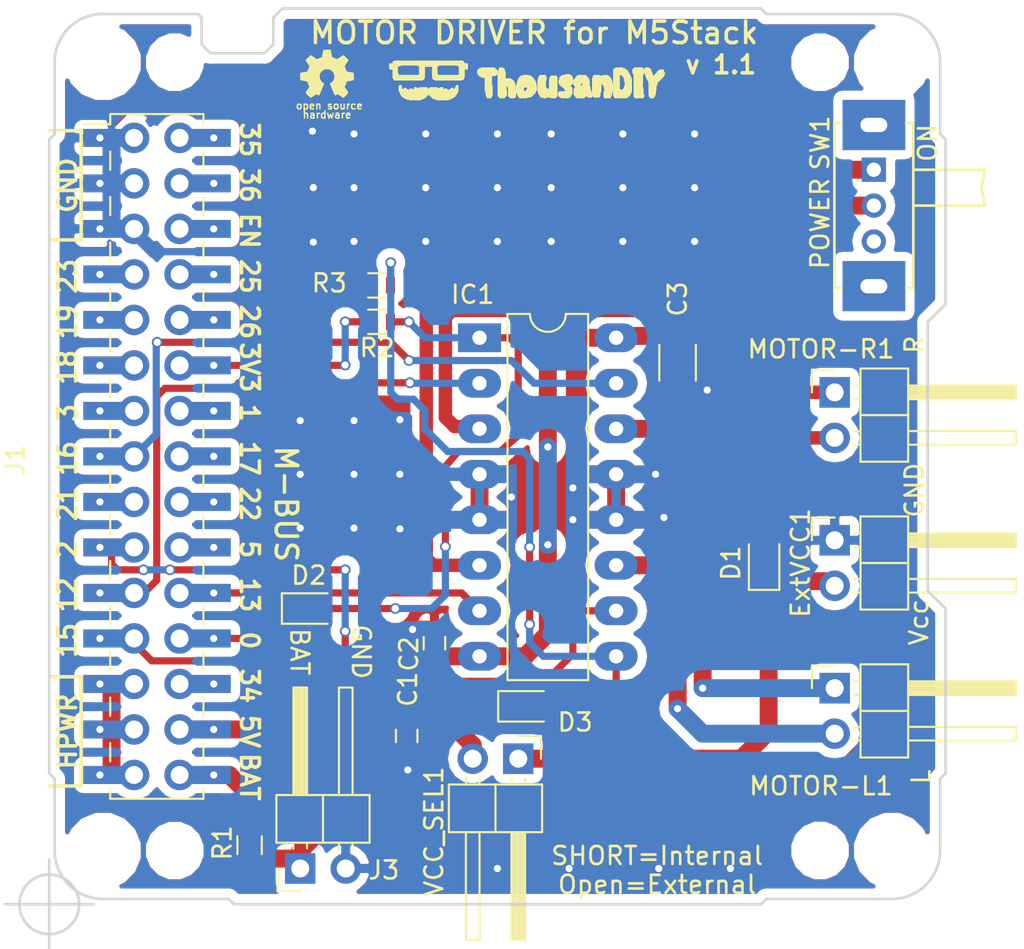
<source format=kicad_pcb>
(kicad_pcb (version 20171130) (host pcbnew "(5.0.2)-1")
  (title_block (title "Motor Driver for M5Stack") (date 2018-09-06) (rev v0.2))
  (layers (0 F.Cu signal) (31 B.Cu signal) (34 B.Paste user) (35 F.Paste user) (36 B.SilkS user) (37 F.SilkS user) (38 B.Mask user) (39 F.Mask user) (44 Edge.Cuts user))
  (net 0 "")
  (net 1 GND)
  (net 2 /+5V)
  (net 3 "Net-(J1-Pad2)")
  (net 4 "Net-(J1-Pad4)")
  (net 5 "Net-(J1-Pad8)")
  (net 6 "Net-(J1-Pad10)")
  (net 7 "Net-(J1-Pad13)")
  (net 8 "Net-(J1-Pad14)")
  (net 9 "Net-(J1-Pad17)")
  (net 10 "Net-(J1-Pad18)")
  (net 11 "Net-(J1-Pad25)")
  (net 12 "Net-(J1-Pad26)")
  (net 13 "Net-(J1-Pad30)")
  (net 14 /VCC)
  (net 15 IO0)
  (net 16 IO2)
  (net 17 IO12)
  (net 18 IO15)
  (net 19 "Net-(IC1-Pad3)")
  (net 20 "Net-(IC1-Pad11)")
  (net 21 "Net-(IC1-Pad6)")
  (net 22 "Net-(IC1-Pad14)")
  (net 23 IO13)
  (net 24 IO16)
  (net 25 "Net-(J1-Pad11)")
  (net 26 "Net-(J1-Pad9)")
  (net 27 "Net-(J1-Pad7)")
  (net 28 "Net-(J1-Pad6)")
  (net 29 "Net-(J1-Pad16)")
  (net 30 "Net-(J1-Pad20)")
  (net 31 "Net-(J3-Pad1)")
  (net 32 "Net-(D2-Pad2)")
  (net 33 "Net-(D3-Pad2)")
  (net 34 /+3.3V)
  (module Mounting_Holes:MountingHole_3.2mm_M3 (layer F.Cu) (at 107 130)
    (fp_text reference MK1 hide)
    (fp_text value Mounting_Hole)
    (pad 1 np_thru_hole circle (at 0 0) (size 3.2 3.2) (drill 3.2) (layers *.Cu *.Mask))
  )
  (module Capacitors_SMD:C_0603 (layer F.Cu) (at 123.939 123.602 270)
    (fp_text reference C1 (at -2.602 -0.061 270) (layer F.SilkS))
    (fp_text value 10uF)
    (pad 2 smd rect (at 0.75 0 270) (size 0.8 0.75) (layers F.Cu F.Paste F.Mask) (net 1 GND))
    (pad 1 smd rect (at -0.75 0 270) (size 0.8 0.75) (layers F.Cu F.Paste F.Mask) (net 2 /+5V))
  )
  (module Mounting_Holes:MountingHole_3.2mm_M3 (layer F.Cu) (at 107 86)
    (fp_text reference MK2 hide)
    (fp_text value Mounting_Hole)
    (pad 1 np_thru_hole circle (at 0 0) (size 3.2 3.2) (drill 3.2) (layers *.Cu *.Mask))
  )
  (module Mounting_Holes:MountingHole_3.2mm_M3 (layer F.Cu) (at 151 86)
    (fp_text reference MK3 hide)
    (fp_text value Mounting_Hole)
    (pad 1 np_thru_hole circle (at 0 0) (size 3.2 3.2) (drill 3.2) (layers *.Cu *.Mask))
  )
  (module Mounting_Holes:MountingHole_3.2mm_M3 (layer F.Cu) (at 151 130)
    (fp_text reference MK4 hide)
    (fp_text value Mounting_Hole)
    (pad 1 np_thru_hole circle (at 0 0) (size 3.2 3.2) (drill 3.2) (layers *.Cu *.Mask))
  )
  (module Mounting_Holes:MountingHole_2.2mm_M2 (layer F.Cu) (at 111 130)
    (fp_text reference MK5 hide)
    (fp_text value Mounting_Hole)
    (pad 1 np_thru_hole circle (at 0 0) (size 2.2 2.2) (drill 2.2) (layers *.Cu *.Mask))
  )
  (module Mounting_Holes:MountingHole_2.2mm_M2 (layer F.Cu) (at 111 86)
    (fp_text reference MK6 hide)
    (fp_text value Mounting_Hole)
    (pad 1 np_thru_hole circle (at 0 0) (size 2.2 2.2) (drill 2.2) (layers *.Cu *.Mask))
  )
  (module Mounting_Holes:MountingHole_2.2mm_M2 (layer F.Cu) (at 147 86)
    (fp_text reference MK7 hide)
    (fp_text value Mounting_Hole)
    (pad 1 np_thru_hole circle (at 0 0) (size 2.2 2.2) (drill 2.2) (layers *.Cu *.Mask))
  )
  (module Mounting_Holes:MountingHole_2.2mm_M2 (layer F.Cu) (at 147 130)
    (fp_text reference MK8 hide)
    (fp_text value Mounting_Hole)
    (pad 1 np_thru_hole circle (at 0 0) (size 2.2 2.2) (drill 2.2) (layers *.Cu *.Mask))
  )
  (module Pin_Headers:Pin_Header_Angled_1x02_Pitch2.54mm (layer F.Cu) (at 118 131 90)
    (fp_text reference J3 (at -0.095 4.669 180) (layer F.SilkS))
    (fp_text value Battery)
    (pad 1 thru_hole rect (at 0 0 90) (size 1.7 1.7) (drill 1) (layers *.Cu *.Mask) (net 31 "Net-(J3-Pad1)"))
    (pad 2 thru_hole oval (at 0 2.54 90) (size 1.7 1.7) (drill 1) (layers *.Cu *.Mask) (net 1 GND))
  )
  (module footprint:OSHW-logo_silkscreen-front_3mm (layer F.Cu) (at 119.494 86.645)
    (fp_text reference LOGO1 hide)
    (fp_text value OPEN_HARDWARE_1 hide)
  )
  (module Capacitors_SMD:C_1206 (layer F.Cu) (at 139.052 102.774 270)
    (fp_text reference C3 (at -3.556 0 270) (layer F.SilkS))
    (fp_text value 100uF)
    (pad 1 smd rect (at -1.5 0 270) (size 1 1.6) (layers F.Cu F.Paste F.Mask) (net 14 /VCC))
    (pad 2 smd rect (at 1.5 0 270) (size 1 1.6) (layers F.Cu F.Paste F.Mask) (net 1 GND))
  )
  (module Pin_Headers:Pin_Header_Angled_1x02_Pitch2.54mm (layer F.Cu) (at 147.815 112.68)
    (fp_text reference ExtVCC1 (at -1.905 1.27 90) (layer F.SilkS))
    (fp_text value Terminal_01X02_FEMALE)
    (pad 1 thru_hole rect (at 0 0) (size 1.7 1.7) (drill 1) (layers *.Cu *.Mask) (net 1 GND))
    (pad 2 thru_hole oval (at 0 2.54) (size 1.7 1.7) (drill 1) (layers *.Cu *.Mask) (net 14 /VCC))
  )
  (module Housings_DIP:DIP-16_W7.62mm_LongPads (layer F.Cu) (at 128.003 101.377)
    (fp_text reference IC1 (at -0.381 -2.413) (layer F.SilkS))
    (fp_text value L293D)
    (pad 1 thru_hole rect (at 0 0) (size 2.4 1.6) (drill 0.8) (layers *.Cu *.Mask) (net 32 "Net-(D2-Pad2)"))
    (pad 9 thru_hole oval (at 7.62 17.78) (size 2.4 1.6) (drill 0.8) (layers *.Cu *.Mask) (net 33 "Net-(D3-Pad2)"))
    (pad 2 thru_hole oval (at 0 2.54) (size 2.4 1.6) (drill 0.8) (layers *.Cu *.Mask) (net 17 IO12))
    (pad 10 thru_hole oval (at 7.62 15.24) (size 2.4 1.6) (drill 0.8) (layers *.Cu *.Mask) (net 16 IO2))
    (pad 3 thru_hole oval (at 0 5.08) (size 2.4 1.6) (drill 0.8) (layers *.Cu *.Mask) (net 19 "Net-(IC1-Pad3)"))
    (pad 11 thru_hole oval (at 7.62 12.7) (size 2.4 1.6) (drill 0.8) (layers *.Cu *.Mask) (net 20 "Net-(IC1-Pad11)"))
    (pad 4 thru_hole oval (at 0 7.62) (size 2.4 1.6) (drill 0.8) (layers *.Cu *.Mask) (net 1 GND))
    (pad 12 thru_hole oval (at 7.62 10.16) (size 2.4 1.6) (drill 0.8) (layers *.Cu *.Mask) (net 1 GND))
    (pad 5 thru_hole oval (at 0 10.16) (size 2.4 1.6) (drill 0.8) (layers *.Cu *.Mask) (net 1 GND))
    (pad 13 thru_hole oval (at 7.62 7.62) (size 2.4 1.6) (drill 0.8) (layers *.Cu *.Mask) (net 1 GND))
    (pad 6 thru_hole oval (at 0 12.7) (size 2.4 1.6) (drill 0.8) (layers *.Cu *.Mask) (net 21 "Net-(IC1-Pad6)"))
    (pad 14 thru_hole oval (at 7.62 5.08) (size 2.4 1.6) (drill 0.8) (layers *.Cu *.Mask) (net 22 "Net-(IC1-Pad14)"))
    (pad 7 thru_hole oval (at 0 15.24) (size 2.4 1.6) (drill 0.8) (layers *.Cu *.Mask) (net 23 IO13))
    (pad 15 thru_hole oval (at 7.62 2.54) (size 2.4 1.6) (drill 0.8) (layers *.Cu *.Mask) (net 24 IO16))
    (pad 8 thru_hole oval (at 0 17.78) (size 2.4 1.6) (drill 0.8) (layers *.Cu *.Mask) (net 14 /VCC))
    (pad 16 thru_hole oval (at 7.62 0) (size 2.4 1.6) (drill 0.8) (layers *.Cu *.Mask) (net 14 /VCC))
  )
  (module footprint:TDIY-LOGO-S (layer F.Cu) (at 122.669 88.423)
    (fp_text reference LOGO_TDIY1 hide)
    (fp_text value TDIY_LOGO hide)
  )
  (module Pin_Headers:Pin_Header_Angled_1x02_Pitch2.54mm (layer F.Cu) (at 147.815 120.935)
    (fp_text reference MOTOR-L1 (at -0.762 5.461) (layer F.SilkS))
    (fp_text value Terminal_01X02_FEMALE)
    (pad 1 thru_hole rect (at 0 0) (size 1.7 1.7) (drill 1) (layers *.Cu *.Mask) (net 22 "Net-(IC1-Pad14)"))
    (pad 2 thru_hole oval (at 0 2.54) (size 1.7 1.7) (drill 1) (layers *.Cu *.Mask) (net 20 "Net-(IC1-Pad11)"))
  )
  (module Pin_Headers:Pin_Header_Angled_1x02_Pitch2.54mm (layer F.Cu) (at 147.815 104.425)
    (fp_text reference MOTOR-R1 (at -0.762 -2.413 180) (layer F.SilkS))
    (fp_text value Terminal_01X02_FEMALE)
    (pad 1 thru_hole rect (at 0 0) (size 1.7 1.7) (drill 1) (layers *.Cu *.Mask) (net 21 "Net-(IC1-Pad6)"))
    (pad 2 thru_hole oval (at 0 2.54) (size 1.7 1.7) (drill 1) (layers *.Cu *.Mask) (net 19 "Net-(IC1-Pad3)"))
  )
  (module Capacitors_SMD:C_0603 (layer F.Cu) (at 125.4884 118.4204 90)
    (fp_text reference C2 (at -0.6096 -1.4224 90) (layer F.SilkS))
    (fp_text value 10uF)
    (pad 2 smd rect (at 0.75 0 90) (size 0.8 0.75) (layers F.Cu F.Paste F.Mask) (net 1 GND))
    (pad 1 smd rect (at -0.75 0 90) (size 0.8 0.75) (layers F.Cu F.Paste F.Mask) (net 14 /VCC))
  )
  (module Resistors_SMD:R_0603 (layer F.Cu) (at 115.176 129.698 270)
    (fp_text reference R1 (at -0.127 1.524 270) (layer F.SilkS))
    (fp_text value 0)
    (pad 1 smd rect (at -0.75 0 270) (size 0.5 0.9) (layers F.Cu F.Paste F.Mask) (net 13 "Net-(J1-Pad30)"))
    (pad 2 smd rect (at 0.75 0 270) (size 0.5 0.9) (layers F.Cu F.Paste F.Mask) (net 31 "Net-(J3-Pad1)"))
  )
  (module footprint:slide_switch_angled (layer F.Cu) (at 150 92)
    (fp_text reference SW1 (at -3 -1.5 90) (layer F.SilkS))
    (fp_text value SK-12D01-VG4)
    (pad GND thru_hole rect (at 0 6.5 90) (size 2.8 3.5) (drill oval 0.8 1.5) (layers *.Cu *.Mask))
    (pad 1 thru_hole rect (at 0 0) (size 1.35 1.35) (drill 0.8) (layers *.Cu *.Mask) (net 13 "Net-(J1-Pad30)"))
    (pad 2 thru_hole oval (at 0 2) (size 1.35 1.35) (drill 0.8) (layers *.Cu *.Mask) (net 31 "Net-(J3-Pad1)"))
    (pad 3 thru_hole oval (at 0 4) (size 1.35 1.35) (drill 0.8) (layers *.Cu *.Mask))
    (pad GND thru_hole rect (at 0 -2.5 90) (size 2.8 3.5) (drill oval 0.8 1.5) (layers *.Cu *.Mask))
  )
  (module Diodes_SMD:D_SOD-323 (layer F.Cu) (at 143.878 113.95 90)
    (fp_text reference D1 (at 0 -1.85 90) (layer F.SilkS))
    (fp_text value 1N4148)
    (pad 1 smd rect (at -1.05 0 90) (size 0.6 0.45) (layers F.Cu F.Paste F.Mask) (net 14 /VCC))
    (pad 2 smd rect (at 1.05 0 90) (size 0.6 0.45) (layers F.Cu F.Paste F.Mask) (net 1 GND))
  )
  (module Diodes_SMD:D_SOD-323 (layer F.Cu) (at 118.478 116.49)
    (fp_text reference D2 (at 0 -1.85) (layer F.SilkS))
    (fp_text value 1N4148)
    (pad 1 smd rect (at -1.05 0) (size 0.6 0.45) (layers F.Cu F.Paste F.Mask) (net 15 IO0))
    (pad 2 smd rect (at 1.05 0) (size 0.6 0.45) (layers F.Cu F.Paste F.Mask) (net 32 "Net-(D2-Pad2)"))
  )
  (module Diodes_SMD:D_SOD-323 (layer F.Cu) (at 130.543 121.951)
    (fp_text reference D3 (at 2.794 0.889) (layer F.SilkS))
    (fp_text value 1N4148)
    (pad 1 smd rect (at -1.05 0) (size 0.6 0.45) (layers F.Cu F.Paste F.Mask) (net 18 IO15))
    (pad 2 smd rect (at 1.05 0) (size 0.6 0.45) (layers F.Cu F.Paste F.Mask) (net 33 "Net-(D3-Pad2)"))
  )
  (module Resistors_SMD:R_0603 (layer F.Cu) (at 122.288 100.488 180)
    (fp_text reference R2 (at 0 -1.45 180) (layer F.SilkS))
    (fp_text value 10k)
    (pad 1 smd rect (at -0.75 0 180) (size 0.5 0.9) (layers F.Cu F.Paste F.Mask) (net 32 "Net-(D2-Pad2)"))
    (pad 2 smd rect (at 0.75 0 180) (size 0.5 0.9) (layers F.Cu F.Paste F.Mask) (net 34 /+3.3V))
  )
  (module Resistors_SMD:R_0603 (layer F.Cu) (at 122.288 98.456 180)
    (fp_text reference R3 (at 2.667 0.127 180) (layer F.SilkS))
    (fp_text value 10k)
    (pad 1 smd rect (at -0.75 0 180) (size 0.5 0.9) (layers F.Cu F.Paste F.Mask) (net 33 "Net-(D3-Pad2)"))
    (pad 2 smd rect (at 0.75 0 180) (size 0.5 0.9) (layers F.Cu F.Paste F.Mask) (net 34 /+3.3V))
  )
  (module Pin_Headers:Pin_Header_Angled_1x02_Pitch2.54mm (layer F.Cu) (at 130.162 124.872 270)
    (fp_text reference VCC_SEL1 (at 4.064 4.699 270) (layer F.SilkS))
    (fp_text value Terminal_01X02_FEMALE)
    (pad 1 thru_hole rect (at 0 0 270) (size 1.7 1.7) (drill 1) (layers *.Cu *.Mask) (net 14 /VCC))
    (pad 2 thru_hole oval (at 0 2.54 270) (size 1.7 1.7) (drill 1) (layers *.Cu *.Mask) (net 2 /+5V))
  )
  (module footprint:Pin_Header_MBUS_SMD_TH (layer F.Cu) (at 110 108)
    (fp_text reference J1 (at -7.9 0.2 270) (layer F.SilkS))
    (fp_text value M-BUS)
    (pad "" np_thru_hole circle (at 0 13.97) (size 0.8 0.8) (drill 0.8) (layers *.Cu *.Mask))
    (pad "" np_thru_hole circle (at 0 16.51) (size 1 1) (drill 1) (layers *.Cu *.Mask))
    (pad "" np_thru_hole circle (at 0 -13.97) (size 0.8 0.8) (drill 0.8) (layers *.Cu *.Mask))
    (pad 1 smd rect (at -2.525 -17.78) (size 3.15 1) (layers B.Cu B.Paste B.Mask) (net 1 GND))
    (pad 1 smd rect (at -2.525 -17.78) (size 3.15 1) (layers F.Cu F.Paste F.Mask) (net 1 GND))
    (pad 11 smd rect (at -2.525 -5.08) (size 3.15 1) (layers F.Cu F.Paste F.Mask) (net 25 "Net-(J1-Pad11)"))
    (pad 9 smd rect (at -2.525 -7.62) (size 3.15 1) (layers F.Cu F.Paste F.Mask) (net 26 "Net-(J1-Pad9)"))
    (pad 7 smd rect (at -2.525 -10.16) (size 3.15 1) (layers F.Cu F.Paste F.Mask) (net 27 "Net-(J1-Pad7)"))
    (pad 5 smd rect (at -2.525 -12.7) (size 3.15 1) (layers F.Cu F.Paste F.Mask) (net 1 GND))
    (pad 3 smd rect (at -2.525 -15.24) (size 3.15 1) (layers F.Cu F.Paste F.Mask) (net 1 GND))
    (pad 1 thru_hole circle (at -3.175 -17.78) (size 0.8 0.8) (drill 0.4) (layers *.Cu *.Mask) (net 1 GND))
    (pad 2 smd rect (at 2.525 -17.78) (size 3.15 1) (layers F.Cu F.Paste F.Mask) (net 3 "Net-(J1-Pad2)"))
    (pad 4 smd rect (at 2.525 -15.24) (size 3.15 1) (layers F.Cu F.Paste F.Mask) (net 4 "Net-(J1-Pad4)"))
    (pad 6 smd rect (at 2.525 -12.7) (size 3.15 1) (layers F.Cu F.Paste F.Mask) (net 28 "Net-(J1-Pad6)"))
    (pad 8 smd rect (at 2.525 -10.16) (size 3.15 1) (layers F.Cu F.Paste F.Mask) (net 5 "Net-(J1-Pad8)"))
    (pad 10 smd rect (at 2.525 -7.62) (size 3.15 1) (layers F.Cu F.Paste F.Mask) (net 6 "Net-(J1-Pad10)"))
    (pad 12 smd rect (at 2.525 -5.08) (size 3.15 1) (layers F.Cu F.Paste F.Mask) (net 34 /+3.3V))
    (pad 13 smd rect (at -2.525 -2.54) (size 3.15 1) (layers F.Cu F.Paste F.Mask) (net 7 "Net-(J1-Pad13)"))
    (pad 14 smd rect (at 2.525 -2.54) (size 3.15 1) (layers F.Cu F.Paste F.Mask) (net 8 "Net-(J1-Pad14)"))
    (pad 15 smd rect (at -2.525 0) (size 3.15 1) (layers F.Cu F.Paste F.Mask) (net 24 IO16))
    (pad 16 smd rect (at 2.525 0) (size 3.15 1) (layers F.Cu F.Paste F.Mask) (net 29 "Net-(J1-Pad16)"))
    (pad 17 smd rect (at -2.525 2.54) (size 3.15 1) (layers F.Cu F.Paste F.Mask) (net 9 "Net-(J1-Pad17)"))
    (pad 18 smd rect (at 2.525 2.54) (size 3.15 1) (layers F.Cu F.Paste F.Mask) (net 10 "Net-(J1-Pad18)"))
    (pad 19 smd rect (at -2.525 5.08) (size 3.15 1) (layers F.Cu F.Paste F.Mask) (net 16 IO2))
    (pad 20 smd rect (at 2.525 5.08) (size 3.15 1) (layers F.Cu F.Paste F.Mask) (net 30 "Net-(J1-Pad20)"))
    (pad 21 smd rect (at -2.525 7.62) (size 3.15 1) (layers F.Cu F.Paste F.Mask) (net 17 IO12))
    (pad 22 smd rect (at 2.525 7.62) (size 3.15 1) (layers F.Cu F.Paste F.Mask) (net 23 IO13))
    (pad 23 smd rect (at -2.525 10.16) (size 3.15 1) (layers F.Cu F.Paste F.Mask) (net 18 IO15))
    (pad 24 smd rect (at 2.525 10.16) (size 3.15 1) (layers F.Cu F.Paste F.Mask) (net 15 IO0))
    (pad 25 smd rect (at -2.525 12.7) (size 3.15 1) (layers F.Cu F.Paste F.Mask) (net 11 "Net-(J1-Pad25)"))
    (pad 26 smd rect (at 2.525 12.7) (size 3.15 1) (layers F.Cu F.Paste F.Mask) (net 12 "Net-(J1-Pad26)"))
    (pad 27 smd rect (at -2.525 15.24) (size 3.15 1) (layers F.Cu F.Paste F.Mask) (net 11 "Net-(J1-Pad25)"))
    (pad 28 smd rect (at 2.525 15.24) (size 3.15 1) (layers F.Cu F.Paste F.Mask) (net 2 /+5V))
    (pad 29 smd rect (at -2.525 17.78) (size 3.15 1) (layers F.Cu F.Paste F.Mask) (net 11 "Net-(J1-Pad25)"))
    (pad 30 smd rect (at 2.525 17.78) (size 3.15 1) (layers F.Cu F.Paste F.Mask) (net 13 "Net-(J1-Pad30)"))
    (pad 2 smd rect (at 2.555 -17.78) (size 3.15 1) (layers B.Cu B.Paste B.Mask) (net 3 "Net-(J1-Pad2)"))
    (pad 3 smd rect (at -2.525 -15.24) (size 3.15 1) (layers B.Cu B.Paste B.Mask) (net 1 GND))
    (pad 4 smd rect (at 2.555 -15.24) (size 3.15 1) (layers B.Cu B.Paste B.Mask) (net 4 "Net-(J1-Pad4)"))
    (pad 5 smd rect (at -2.525 -12.7) (size 3.15 1) (layers B.Cu B.Paste B.Mask) (net 1 GND))
    (pad 6 smd rect (at 2.555 -12.7) (size 3.15 1) (layers B.Cu B.Paste B.Mask) (net 28 "Net-(J1-Pad6)"))
    (pad 7 smd rect (at -2.525 -10.16) (size 3.15 1) (layers B.Cu B.Paste B.Mask) (net 27 "Net-(J1-Pad7)"))
    (pad 8 smd rect (at 2.555 -10.16) (size 3.15 1) (layers B.Cu B.Paste B.Mask) (net 5 "Net-(J1-Pad8)"))
    (pad 9 smd rect (at -2.525 -7.62) (size 3.15 1) (layers B.Cu B.Paste B.Mask) (net 26 "Net-(J1-Pad9)"))
    (pad 10 smd rect (at 2.555 -7.62) (size 3.15 1) (layers B.Cu B.Paste B.Mask) (net 6 "Net-(J1-Pad10)"))
    (pad 11 smd rect (at -2.525 -5.08) (size 3.15 1) (layers B.Cu B.Paste B.Mask) (net 25 "Net-(J1-Pad11)"))
    (pad 12 smd rect (at 2.555 -5.08) (size 3.15 1) (layers B.Cu B.Paste B.Mask) (net 34 /+3.3V))
    (pad 13 smd rect (at -2.525 -2.54) (size 3.15 1) (layers B.Cu B.Paste B.Mask) (net 7 "Net-(J1-Pad13)"))
    (pad 14 smd rect (at 2.555 -2.54) (size 3.15 1) (layers B.Cu B.Paste B.Mask) (net 8 "Net-(J1-Pad14)"))
    (pad 15 smd rect (at -2.525 0) (size 3.15 1) (layers B.Cu B.Paste B.Mask) (net 24 IO16))
    (pad 16 smd rect (at 2.555 0) (size 3.15 1) (layers B.Cu B.Paste B.Mask) (net 29 "Net-(J1-Pad16)"))
    (pad 17 smd rect (at -2.525 2.54) (size 3.15 1) (layers B.Cu B.Paste B.Mask) (net 9 "Net-(J1-Pad17)"))
    (pad 18 smd rect (at 2.555 2.54) (size 3.15 1) (layers B.Cu B.Paste B.Mask) (net 10 "Net-(J1-Pad18)"))
    (pad 19 smd rect (at -2.525 5.08) (size 3.15 1) (layers B.Cu B.Paste B.Mask) (net 16 IO2))
    (pad 20 smd rect (at 2.555 5.08) (size 3.15 1) (layers B.Cu B.Paste B.Mask) (net 30 "Net-(J1-Pad20)"))
    (pad 21 smd rect (at -2.525 7.62) (size 3.15 1) (layers B.Cu B.Paste B.Mask) (net 17 IO12))
    (pad 22 smd rect (at 2.555 7.62) (size 3.15 1) (layers B.Cu B.Paste B.Mask) (net 23 IO13))
    (pad 23 smd rect (at -2.525 10.16) (size 3.15 1) (layers B.Cu B.Paste B.Mask) (net 18 IO15))
    (pad 24 smd rect (at 2.555 10.16) (size 3.15 1) (layers B.Cu B.Paste B.Mask) (net 15 IO0))
    (pad 25 smd rect (at -2.525 12.7) (size 3.15 1) (layers B.Cu B.Paste B.Mask) (net 11 "Net-(J1-Pad25)"))
    (pad 26 smd rect (at 2.555 12.7) (size 3.15 1) (layers B.Cu B.Paste B.Mask) (net 12 "Net-(J1-Pad26)"))
    (pad 27 smd rect (at -2.525 15.24) (size 3.15 1) (layers B.Cu B.Paste B.Mask) (net 11 "Net-(J1-Pad25)"))
    (pad 28 smd rect (at 2.555 15.24) (size 3.15 1) (layers B.Cu B.Paste B.Mask) (net 2 /+5V))
    (pad 29 smd rect (at -2.525 17.78) (size 3.15 1) (layers B.Cu B.Paste B.Mask) (net 11 "Net-(J1-Pad25)"))
    (pad 30 smd rect (at 2.555 17.78) (size 3.15 1) (layers B.Cu B.Paste B.Mask) (net 13 "Net-(J1-Pad30)"))
    (pad 3 thru_hole circle (at -3.175 -15.24) (size 0.8 0.8) (drill 0.4) (layers *.Cu *.Mask) (net 1 GND))
    (pad 5 thru_hole circle (at -3.175 -12.7) (size 0.8 0.8) (drill 0.4) (layers *.Cu *.Mask) (net 1 GND))
    (pad 7 thru_hole circle (at -3.175 -10.16) (size 0.8 0.8) (drill 0.4) (layers *.Cu *.Mask) (net 27 "Net-(J1-Pad7)"))
    (pad 9 thru_hole circle (at -3.175 -7.62) (size 0.8 0.8) (drill 0.4) (layers *.Cu *.Mask) (net 26 "Net-(J1-Pad9)"))
    (pad 11 thru_hole circle (at -3.175 -5.08) (size 0.8 0.8) (drill 0.4) (layers *.Cu *.Mask) (net 25 "Net-(J1-Pad11)"))
    (pad 13 thru_hole circle (at -3.175 -2.54) (size 0.8 0.8) (drill 0.4) (layers *.Cu *.Mask) (net 7 "Net-(J1-Pad13)"))
    (pad 15 thru_hole circle (at -3.175 0) (size 0.8 0.8) (drill 0.4) (layers *.Cu *.Mask) (net 24 IO16))
    (pad 17 thru_hole circle (at -3.175 2.54) (size 0.8 0.8) (drill 0.4) (layers *.Cu *.Mask) (net 9 "Net-(J1-Pad17)"))
    (pad 19 thru_hole circle (at -3.175 5.08) (size 0.8 0.8) (drill 0.4) (layers *.Cu *.Mask) (net 16 IO2))
    (pad 21 thru_hole circle (at -3.175 7.62) (size 0.8 0.8) (drill 0.4) (layers *.Cu *.Mask) (net 17 IO12))
    (pad 23 thru_hole circle (at -3.175 10.16) (size 0.8 0.8) (drill 0.4) (layers *.Cu *.Mask) (net 18 IO15))
    (pad 25 thru_hole circle (at -3.175 12.7) (size 0.8 0.8) (drill 0.4) (layers *.Cu *.Mask) (net 11 "Net-(J1-Pad25)"))
    (pad 27 thru_hole circle (at -3.175 15.24) (size 0.8 0.8) (drill 0.4) (layers *.Cu *.Mask) (net 11 "Net-(J1-Pad25)"))
    (pad 29 thru_hole circle (at -3.175 17.78) (size 0.8 0.8) (drill 0.4) (layers *.Cu *.Mask) (net 11 "Net-(J1-Pad25)"))
    (pad 2 thru_hole circle (at 3.175 -17.78) (size 0.8 0.8) (drill 0.4) (layers *.Cu *.Mask) (net 3 "Net-(J1-Pad2)"))
    (pad 4 thru_hole circle (at 3.175 -15.24) (size 0.8 0.8) (drill 0.4) (layers *.Cu *.Mask) (net 4 "Net-(J1-Pad4)"))
    (pad 6 thru_hole circle (at 3.175 -12.7) (size 0.8 0.8) (drill 0.4) (layers *.Cu *.Mask) (net 28 "Net-(J1-Pad6)"))
    (pad 8 thru_hole circle (at 3.175 -10.16) (size 0.8 0.8) (drill 0.4) (layers *.Cu *.Mask) (net 5 "Net-(J1-Pad8)"))
    (pad 10 thru_hole circle (at 3.175 -7.62) (size 0.8 0.8) (drill 0.4) (layers *.Cu *.Mask) (net 6 "Net-(J1-Pad10)"))
    (pad 12 thru_hole circle (at 3.175 -5.08) (size 0.8 0.8) (drill 0.4) (layers *.Cu *.Mask) (net 34 /+3.3V))
    (pad 14 thru_hole circle (at 3.175 -2.54) (size 0.8 0.8) (drill 0.4) (layers *.Cu *.Mask) (net 8 "Net-(J1-Pad14)"))
    (pad 16 thru_hole circle (at 3.175 0) (size 0.8 0.8) (drill 0.4) (layers *.Cu *.Mask) (net 29 "Net-(J1-Pad16)"))
    (pad 18 thru_hole circle (at 3.175 2.54) (size 0.8 0.8) (drill 0.4) (layers *.Cu *.Mask) (net 10 "Net-(J1-Pad18)"))
    (pad 20 thru_hole circle (at 3.175 5.08) (size 0.8 0.8) (drill 0.4) (layers *.Cu *.Mask) (net 30 "Net-(J1-Pad20)"))
    (pad 22 thru_hole circle (at 3.175 7.62) (size 0.8 0.8) (drill 0.4) (layers *.Cu *.Mask) (net 23 IO13))
    (pad 24 thru_hole circle (at 3.175 10.16) (size 0.8 0.8) (drill 0.4) (layers *.Cu *.Mask) (net 15 IO0))
    (pad 26 thru_hole circle (at 3.175 12.7) (size 0.8 0.8) (drill 0.4) (layers *.Cu *.Mask) (net 12 "Net-(J1-Pad26)"))
    (pad 28 thru_hole circle (at 3.175 15.24) (size 0.8 0.8) (drill 0.4) (layers *.Cu *.Mask) (net 2 /+5V))
    (pad 30 thru_hole circle (at 3.175 17.78) (size 0.8 0.8) (drill 0.4) (layers *.Cu *.Mask) (net 13 "Net-(J1-Pad30)"))
    (pad "" np_thru_hole circle (at 0 -16.51) (size 1 1) (drill 1) (layers *.Cu *.Mask))
    (pad 1 thru_hole circle (at -1.27 -17.78) (size 1.7 1.7) (drill 1) (layers *.Cu *.Mask) (net 1 GND))
    (pad 2 thru_hole circle (at 1.27 -17.78) (size 1.7 1.7) (drill 1) (layers *.Cu *.Mask) (net 3 "Net-(J1-Pad2)"))
    (pad 3 thru_hole circle (at -1.27 -15.24) (size 1.7 1.7) (drill 1) (layers *.Cu *.Mask) (net 1 GND))
    (pad 4 thru_hole circle (at 1.27 -15.24) (size 1.7 1.7) (drill 1) (layers *.Cu *.Mask) (net 4 "Net-(J1-Pad4)"))
    (pad 5 thru_hole circle (at -1.27 -12.7) (size 1.7 1.7) (drill 1) (layers *.Cu *.Mask) (net 1 GND))
    (pad 6 thru_hole circle (at 1.27 -12.7) (size 1.7 1.7) (drill 1) (layers *.Cu *.Mask) (net 28 "Net-(J1-Pad6)"))
    (pad 7 thru_hole circle (at -1.27 -10.16) (size 1.7 1.7) (drill 1) (layers *.Cu *.Mask) (net 27 "Net-(J1-Pad7)"))
    (pad 8 thru_hole circle (at 1.27 -10.16) (size 1.7 1.7) (drill 1) (layers *.Cu *.Mask) (net 5 "Net-(J1-Pad8)"))
    (pad 9 thru_hole circle (at -1.27 -7.62) (size 1.7 1.7) (drill 1) (layers *.Cu *.Mask) (net 26 "Net-(J1-Pad9)"))
    (pad 10 thru_hole circle (at 1.27 -7.62) (size 1.7 1.7) (drill 1) (layers *.Cu *.Mask) (net 6 "Net-(J1-Pad10)"))
    (pad 11 thru_hole circle (at -1.27 -5.08) (size 1.7 1.7) (drill 1) (layers *.Cu *.Mask) (net 25 "Net-(J1-Pad11)"))
    (pad 12 thru_hole circle (at 1.27 -5.08) (size 1.7 1.7) (drill 1) (layers *.Cu *.Mask) (net 34 /+3.3V))
    (pad 13 thru_hole circle (at -1.27 -2.54) (size 1.7 1.7) (drill 1) (layers *.Cu *.Mask) (net 7 "Net-(J1-Pad13)"))
    (pad 14 thru_hole circle (at 1.27 -2.54) (size 1.7 1.7) (drill 1) (layers *.Cu *.Mask) (net 8 "Net-(J1-Pad14)"))
    (pad 15 thru_hole circle (at -1.27 0) (size 1.7 1.7) (drill 1) (layers *.Cu *.Mask) (net 24 IO16))
    (pad 16 thru_hole circle (at 1.27 0) (size 1.7 1.7) (drill 1) (layers *.Cu *.Mask) (net 29 "Net-(J1-Pad16)"))
    (pad 17 thru_hole circle (at -1.27 2.54) (size 1.7 1.7) (drill 1) (layers *.Cu *.Mask) (net 9 "Net-(J1-Pad17)"))
    (pad 18 thru_hole circle (at 1.27 2.54) (size 1.7 1.7) (drill 1) (layers *.Cu *.Mask) (net 10 "Net-(J1-Pad18)"))
    (pad 19 thru_hole circle (at -1.27 5.08) (size 1.7 1.7) (drill 1) (layers *.Cu *.Mask) (net 16 IO2))
    (pad 20 thru_hole circle (at 1.27 5.08) (size 1.7 1.7) (drill 1) (layers *.Cu *.Mask) (net 30 "Net-(J1-Pad20)"))
    (pad 21 thru_hole circle (at -1.27 7.62) (size 1.7 1.7) (drill 1) (layers *.Cu *.Mask) (net 17 IO12))
    (pad 22 thru_hole circle (at 1.27 7.62) (size 1.7 1.7) (drill 1) (layers *.Cu *.Mask) (net 23 IO13))
    (pad 23 thru_hole circle (at -1.27 10.16) (size 1.7 1.7) (drill 1) (layers *.Cu *.Mask) (net 18 IO15))
    (pad 24 thru_hole circle (at 1.27 10.16) (size 1.7 1.7) (drill 1) (layers *.Cu *.Mask) (net 15 IO0))
    (pad 25 thru_hole circle (at -1.27 12.7) (size 1.7 1.7) (drill 1) (layers *.Cu *.Mask) (net 11 "Net-(J1-Pad25)"))
    (pad 26 thru_hole circle (at 1.27 12.7) (size 1.7 1.7) (drill 1) (layers *.Cu *.Mask) (net 12 "Net-(J1-Pad26)"))
    (pad 27 thru_hole circle (at -1.27 15.24) (size 1.7 1.7) (drill 1) (layers *.Cu *.Mask) (net 11 "Net-(J1-Pad25)"))
    (pad 28 thru_hole circle (at 1.27 15.24) (size 1.7 1.7) (drill 1) (layers *.Cu *.Mask) (net 2 /+5V))
    (pad 29 thru_hole circle (at -1.27 17.78) (size 1.7 1.7) (drill 1) (layers *.Cu *.Mask) (net 11 "Net-(J1-Pad25)"))
    (pad 30 thru_hole circle (at 1.27 17.78) (size 1.7 1.7) (drill 1) (layers *.Cu *.Mask) (net 13 "Net-(J1-Pad30)"))
  )
  (gr_line (start 143.7 83) (end 117 83) (angle 90) (layer Edge.Cuts) (width 0.15))
  (gr_line (start 154 90.3) (end 154 99.5) (angle 90) (layer Edge.Cuts) (width 0.15))
  (gr_line (start 144 83.3) (end 143.7 83) (angle 90) (layer Edge.Cuts) (width 0.15))
  (gr_line (start 151 83.3) (end 144 83.3) (angle 90) (layer Edge.Cuts) (width 0.15))
  (gr_line (start 153.7 90) (end 154 90.3) (angle 90) (layer Edge.Cuts) (width 0.15))
  (gr_line (start 153.7 86) (end 153.7 90) (angle 90) (layer Edge.Cuts) (width 0.15))
  (gr_arc (start 151 86) (end 151 83.3) (angle 90) (layer Edge.Cuts) (width 0.15))
  (gr_line (start 154 125.7) (end 154 116.5) (angle 90) (layer Edge.Cuts) (width 0.15))
  (gr_line (start 143.7 133) (end 114.3 133) (angle 90) (layer Edge.Cuts) (width 0.15))
  (gr_line (start 153.7 126) (end 154 125.7) (angle 90) (layer Edge.Cuts) (width 0.15))
  (gr_line (start 153.7 130) (end 153.7 126) (angle 90) (layer Edge.Cuts) (width 0.15))
  (gr_line (start 144 132.7) (end 143.7 133) (angle 90) (layer Edge.Cuts) (width 0.15))
  (gr_line (start 151 132.7) (end 144 132.7) (angle 90) (layer Edge.Cuts) (width 0.15))
  (gr_arc (start 151 130) (end 153.7 130) (angle 90) (layer Edge.Cuts) (width 0.15))
  (gr_line (start 104 90.3) (end 104 125.7) (angle 90) (layer Edge.Cuts) (width 0.15))
  (gr_line (start 104.3 126) (end 104 125.7) (angle 90) (layer Edge.Cuts) (width 0.15))
  (gr_line (start 104.3 130) (end 104.3 126) (angle 90) (layer Edge.Cuts) (width 0.15))
  (gr_line (start 114 132.7) (end 114.3 133) (angle 90) (layer Edge.Cuts) (width 0.15))
  (gr_line (start 107 132.7) (end 114 132.7) (angle 90) (layer Edge.Cuts) (width 0.15))
  (gr_arc (start 107 130) (end 107 132.7) (angle 90) (layer Edge.Cuts) (width 0.15))
  (gr_line (start 104.3 90) (end 104 90.3) (angle 90) (layer Edge.Cuts) (width 0.15))
  (gr_line (start 104.3 86.1) (end 104.3 90) (angle 90) (layer Edge.Cuts) (width 0.15))
  (gr_line (start 112.3 83.3) (end 112.5 83.5) (angle 90) (layer Edge.Cuts) (width 0.15))
  (gr_line (start 106.9 83.3) (end 112.3 83.3) (angle 90) (layer Edge.Cuts) (width 0.15))
  (gr_arc (start 107 86) (end 104.3 86.1) (angle 90) (layer Edge.Cuts) (width 0.15))
  (target plus (at 104 133) (size 5) (width 0.15) (layer Edge.Cuts))
  (gr_text L (at 152.641 125.888 90) (layer F.SilkS) (effects (font (size 1 1))))
  (gr_text R (at 152.26 101.758 90) (layer F.SilkS) (effects (font (size 1 1))))
  (gr_text ON (at 153 90.5 90) (layer F.SilkS) (effects (font (size 1 1))))
  (gr_text POWER (at 147 95 90) (layer F.SilkS) (effects (font (size 1 1))))
  (gr_text "SHORT=Internal\nOpen=External" (at 137.909 131.095) (layer F.SilkS) (effects (font (size 1 1))))
  (gr_text GND (at 121.399 118.903 270) (layer F.SilkS) (effects (font (size 1 1))))
  (gr_text BAT (at 117.97 118.903 270) (layer F.SilkS) (effects (font (size 1 1))))
  (gr_text Vcc (at 152.514 117.252 90) (layer F.SilkS) (effects (font (size 1 1))))
  (gr_text GND (at 152.26 109.886 90) (layer F.SilkS) (effects (font (size 1 1))))
  (gr_line (start 153 115.5) (end 154 116.5) (angle 90) (layer Edge.Cuts) (width 0.15))
  (gr_line (start 153 100.5) (end 153 115.5) (angle 90) (layer Edge.Cuts) (width 0.15))
  (gr_line (start 154 99.5) (end 153 100.5) (angle 90) (layer Edge.Cuts) (width 0.15))
  (gr_text hardware (at 119.494 88.931) (layer F.SilkS) (effects (font (size 0.4 0.4) (thickness 0.08))))
  (gr_text "open source" (at 119.621 88.423) (layer F.SilkS) (effects (font (size 0.4 0.4) (thickness 0.08))))
  (gr_text "v 1.1" (at 141.465 86.137) (layer F.SilkS) (effects (font (size 1 1) (thickness 0.2))))
  (gr_text M-BUS (at 117.208 110.648 270) (layer F.SilkS) (effects (font (size 1.2 1.2) (thickness 0.2))))
  (gr_text "MOTOR DRIVER for M5Stack" (at 131.051 84.359) (layer F.SilkS) (effects (font (size 1.2 1.2) (thickness 0.2))))
  (gr_text BAT (at 115.176 125.888 270) (layer F.SilkS) (effects (font (size 1 1) (thickness 0.2))))
  (gr_text 5V (at 115.176 123.348 270) (layer F.SilkS) (effects (font (size 1 1) (thickness 0.2))))
  (gr_text 34 (at 115.176 120.808 270) (layer F.SilkS) (effects (font (size 1 1) (thickness 0.2))))
  (gr_text 0 (at 115.176 118.268 270) (layer F.SilkS) (effects (font (size 1 1) (thickness 0.2))))
  (gr_text 13 (at 115.176 115.728 270) (layer F.SilkS) (effects (font (size 1 1) (thickness 0.2))))
  (gr_text 5 (at 115.176 113.188 270) (layer F.SilkS) (effects (font (size 1 1) (thickness 0.2))))
  (gr_text 22 (at 115.176 110.648 270) (layer F.SilkS) (effects (font (size 1 1) (thickness 0.2))))
  (gr_text 17 (at 115.176 108.108 270) (layer F.SilkS) (effects (font (size 1 1) (thickness 0.2))))
  (gr_text 1 (at 115.176 105.568 270) (layer F.SilkS) (effects (font (size 1 1) (thickness 0.2))))
  (gr_text 3V3 (at 115.176 103.028 270) (layer F.SilkS) (effects (font (size 1 1) (thickness 0.2))))
  (gr_text 26 (at 115.176 100.488 270) (layer F.SilkS) (effects (font (size 1 1) (thickness 0.2))))
  (gr_text 25 (at 115.176 97.948 270) (layer F.SilkS) (effects (font (size 1 1) (thickness 0.2))))
  (gr_text EN (at 115.176 95.408 270) (layer F.SilkS) (effects (font (size 1 1) (thickness 0.2))))
  (gr_text 36 (at 115.176 92.868 270) (layer F.SilkS) (effects (font (size 1 1) (thickness 0.2))))
  (gr_text 35 (at 115.176 90.328 270) (layer F.SilkS) (effects (font (size 1 1) (thickness 0.2))))
  (gr_line (start 105.778 126.396) (end 104 126.396) (angle 90) (layer F.SilkS) (width 0.2))
  (gr_line (start 105.778 120.3) (end 105.778 126.396) (angle 90) (layer F.SilkS) (width 0.2))
  (gr_line (start 104 120.3) (end 105.778 120.3) (angle 90) (layer F.SilkS) (width 0.2))
  (gr_line (start 105.778 89.82) (end 105.778 95.916) (angle 90) (layer F.SilkS) (width 0.2))
  (gr_line (start 105.778 95.916) (end 104 95.916) (angle 90) (layer F.SilkS) (width 0.2))
  (gr_line (start 104 89.82) (end 105.778 89.82) (angle 90) (layer F.SilkS) (width 0.2))
  (gr_text HPWR (at 105.016 123.348 90) (layer F.SilkS) (effects (font (size 1 1) (thickness 0.2))))
  (gr_text 15 (at 105.016 118.268 90) (layer F.SilkS) (effects (font (size 1 1) (thickness 0.2))))
  (gr_text 12 (at 105.016 115.728 90) (layer F.SilkS) (effects (font (size 1 1) (thickness 0.2))))
  (gr_text 2 (at 105.016 113.188 90) (layer F.SilkS) (effects (font (size 1 1) (thickness 0.2))))
  (gr_text 21 (at 105.016 110.648 90) (layer F.SilkS) (effects (font (size 1 1) (thickness 0.2))))
  (gr_text 16 (at 105.016 108.108 90) (layer F.SilkS) (effects (font (size 1 1) (thickness 0.2))))
  (gr_text 3 (at 105.016 105.568 90) (layer F.SilkS) (effects (font (size 1 1) (thickness 0.2))))
  (gr_text 18 (at 105.016 103.028 90) (layer F.SilkS) (effects (font (size 1 1) (thickness 0.2))))
  (gr_text 19 (at 105.016 100.488 90) (layer F.SilkS) (effects (font (size 1 1) (thickness 0.2))))
  (gr_text 23 (at 105.016 97.948 90) (layer F.SilkS) (effects (font (size 1 1) (thickness 0.2))))
  (gr_text GND (at 105.016 92.868 90) (layer F.SilkS) (effects (font (size 1 1) (thickness 0.2))))
  (gr_line (start 116 85.5) (end 116.5 85) (angle 90) (layer Edge.Cuts) (width 0.15))
  (gr_line (start 112.5 85) (end 113 85.5) (angle 90) (layer Edge.Cuts) (width 0.15))
  (gr_line (start 116.5 85) (end 116.5 83.5) (angle 90) (layer Edge.Cuts) (width 0.15))
  (gr_line (start 113 85.5) (end 116 85.5) (angle 90) (layer Edge.Cuts) (width 0.15))
  (gr_line (start 112.5 83.5) (end 112.5 85) (angle 90) (layer Edge.Cuts) (width 0.15))
  (gr_line (start 116.5 83.5) (end 117 83) (angle 90) (layer Edge.Cuts) (width 0.15))
  (segment (start 107.475 90.22) (end 107.475 92.76) (width 1) (layer B.Cu) (net 1))
  (segment (start 107.475 92.76) (end 107.475 95.3) (width 1) (layer B.Cu) (net 1))
  (segment (start 107.475 90.22) (end 107.475 92.76) (width 1) (layer F.Cu) (net 1))
  (segment (start 107.475 92.76) (end 107.475 95.3) (width 1) (layer F.Cu) (net 1))
  (segment (start 118.224 96.5764) (end 109.8674 96.5764) (width 0.4) (layer F.Cu) (net 1))
  (segment (start 118.732 96.043) (end 118.224 96.5764) (width 0.4) (layer F.Cu) (net 1))
  (segment (start 109.8674 96.5764) (end 108.591 95.3) (width 0.75) (layer F.Cu) (net 1))
  (segment (start 108.591 95.3) (end 107.475 95.3) (width 0.75) (layer F.Cu) (net 1))
  (segment (start 107.475 95.3) (end 108.591 95.3) (width 0.75) (layer B.Cu) (net 1))
  (segment (start 108.591 95.3) (end 109.8674 96.5764) (width 0.75) (layer B.Cu) (net 1))
  (segment (start 128.003 108.997) (end 115.6078 108.997) (width 0.75) (layer B.Cu) (net 1))
  (segment (start 115.1252 97.1352) (end 114.5664 96.5764) (width 0.75) (layer B.Cu) (net 1))
  (segment (start 115.1252 108.5144) (end 115.1252 97.1352) (width 0.75) (layer B.Cu) (net 1))
  (segment (start 115.6078 108.997) (end 115.1252 108.5144) (width 0.75) (layer B.Cu) (net 1))
  (segment (start 114.5664 96.5764) (end 109.8674 96.5764) (width 0.4) (layer B.Cu) (net 1))
  (segment (start 118.6812 89.8454) (end 118.6304 89.8454) (width 0.4) (layer B.Cu) (net 1))
  (segment (start 118.732 96.043) (end 118.732 92.995) (width 0.4) (layer F.Cu) (net 1))
  (via (at 118.732 92.995) (size 0.6) (drill 0.4) (layers F.Cu B.Cu) (net 1))
  (segment (start 118.732 89.8962) (end 118.732 92.995) (width 0.4) (layer B.Cu) (net 1))
  (segment (start 118.6812 89.8454) (end 118.732 89.8962) (width 0.4) (layer B.Cu) (net 1))
  (via (at 118.6812 89.8454) (size 0.6) (drill 0.4) (layers F.Cu B.Cu) (net 1))
  (segment (start 107.475 89.4184) (end 107.475 90.22) (width 0.4) (layer B.Cu) (net 1))
  (segment (start 108.9276 87.9658) (end 107.475 89.4184) (width 0.4) (layer B.Cu) (net 1))
  (segment (start 116.7508 87.9658) (end 108.9276 87.9658) (width 0.4) (layer B.Cu) (net 1))
  (segment (start 118.6304 89.8454) (end 116.7508 87.9658) (width 0.4) (layer B.Cu) (net 1))
  (segment (start 108.73 95.3) (end 107.475 95.3) (width 1) (layer B.Cu) (net 1))
  (segment (start 107.475 95.3) (end 108.718 95.3) (width 1) (layer F.Cu) (net 1))
  (segment (start 107.475 92.76) (end 105.251 92.76) (width 0.4) (layer F.Cu) (net 1))
  (segment (start 105.251 92.76) (end 104.889 93.122) (width 0.4) (layer F.Cu) (net 1))
  (segment (start 104.889 93.122) (end 104.889 95.027) (width 0.4) (layer F.Cu) (net 1))
  (segment (start 104.889 95.027) (end 105.162 95.3) (width 0.4) (layer F.Cu) (net 1))
  (segment (start 105.162 95.3) (end 107.475 95.3) (width 0.4) (layer F.Cu) (net 1))
  (segment (start 107.475 92.76) (end 105.251 92.76) (width 0.4) (layer B.Cu) (net 1))
  (segment (start 105.251 92.76) (end 104.889 93.122) (width 0.4) (layer B.Cu) (net 1))
  (segment (start 104.889 93.122) (end 104.889 95.027) (width 0.4) (layer B.Cu) (net 1))
  (segment (start 104.889 95.027) (end 105.162 95.3) (width 0.4) (layer B.Cu) (net 1))
  (segment (start 105.162 95.3) (end 107.475 95.3) (width 0.4) (layer B.Cu) (net 1))
  (segment (start 107.475 90.22) (end 107.475 89.525) (width 0.4) (layer F.Cu) (net 1))
  (segment (start 118.775 96) (end 121 96) (width 0.4) (layer B.Cu) (net 1))
  (segment (start 118.732 96.043) (end 118.775 96) (width 0.4) (layer B.Cu) (net 1))
  (via (at 118.732 96.043) (size 0.6) (drill 0.4) (layers F.Cu B.Cu) (net 1))
  (segment (start 107.475 89.525) (end 109 88) (width 0.4) (layer F.Cu) (net 1))
  (via (at 121 96) (size 0.6) (drill 0.4) (layers F.Cu B.Cu) (net 1))
  (segment (start 121 90) (end 121 93) (width 0.4) (layer B.Cu) (net 1))
  (via (at 121 93) (size 0.6) (drill 0.4) (layers F.Cu B.Cu) (net 1))
  (segment (start 121 93) (end 121 96) (width 0.4) (layer F.Cu) (net 1))
  (segment (start 109 88) (end 119 88) (width 0.4) (layer F.Cu) (net 1))
  (segment (start 119 88) (end 121 90) (width 0.4) (layer F.Cu) (net 1))
  (via (at 121 90) (size 0.6) (drill 0.4) (layers F.Cu B.Cu) (net 1))
  (segment (start 147.595 112.9) (end 147.815 112.68) (width 1) (layer F.Cu) (net 1))
  (segment (start 142 131) (end 138 131) (width 0.25) (layer F.Cu) (net 1))
  (via (at 129 131) (size 0.6) (drill 0.4) (layers F.Cu B.Cu) (net 1))
  (segment (start 129 131) (end 133 131) (width 0.25) (layer F.Cu) (net 1))
  (via (at 133 131) (size 0.6) (drill 0.4) (layers F.Cu B.Cu) (net 1))
  (segment (start 133 131) (end 138 131) (width 0.25) (layer B.Cu) (net 1))
  (via (at 138 131) (size 0.6) (drill 0.4) (layers F.Cu B.Cu) (net 1))
  (segment (start 129 131) (end 120.54 131) (width 0.25) (layer B.Cu) (net 1))
  (via (at 142 131) (size 0.6) (drill 0.4) (layers F.Cu B.Cu) (net 1))
  (segment (start 123.558 108.997) (end 123.558 112.045) (width 0.25) (layer F.Cu) (net 1))
  (via (at 123.558 112.045) (size 0.6) (drill 0.4) (layers F.Cu B.Cu) (net 1))
  (segment (start 121 109) (end 121 112) (width 0.25) (layer B.Cu) (net 1))
  (via (at 121 112) (size 0.6) (drill 0.4) (layers F.Cu B.Cu) (net 1))
  (segment (start 118 109) (end 118 112) (width 0.25) (layer F.Cu) (net 1))
  (via (at 118 112) (size 0.6) (drill 0.4) (layers F.Cu B.Cu) (net 1))
  (segment (start 121 109) (end 123.558 108.997) (width 0.25) (layer F.Cu) (net 1))
  (via (at 123.558 105.949) (size 0.6) (drill 0.4) (layers F.Cu B.Cu) (net 1))
  (segment (start 123.558 108.997) (end 123.558 105.949) (width 0.25) (layer B.Cu) (net 1))
  (via (at 123.558 108.997) (size 0.6) (drill 0.4) (layers F.Cu B.Cu) (net 1))
  (segment (start 121 109) (end 121 106) (width 0.25) (layer B.Cu) (net 1))
  (via (at 121 106) (size 0.6) (drill 0.4) (layers F.Cu B.Cu) (net 1))
  (segment (start 121 109) (end 118 109) (width 0.25) (layer F.Cu) (net 1))
  (via (at 118 106) (size 0.6) (drill 0.4) (layers F.Cu B.Cu) (net 1))
  (segment (start 118 109) (end 118 106) (width 0.25) (layer B.Cu) (net 1))
  (via (at 118 109) (size 0.6) (drill 0.4) (layers F.Cu B.Cu) (net 1))
  (segment (start 121.003 108.997) (end 121 109) (width 0.25) (layer B.Cu) (net 1))
  (via (at 121 109) (size 0.6) (drill 0.4) (layers F.Cu B.Cu) (net 1))
  (segment (start 128.003 108.997) (end 121.003 108.997) (width 0.25) (layer B.Cu) (net 1))
  (segment (start 140 96) (end 140 103.595) (width 0.25) (layer B.Cu) (net 1))
  (segment (start 140.679 104.274) (end 140.703 104.298) (width 0.25) (layer F.Cu) (net 1))
  (via (at 140.703 104.298) (size 0.6) (drill 0.4) (layers F.Cu B.Cu) (net 1))
  (segment (start 140.679 104.274) (end 139.052 104.274) (width 0.25) (layer F.Cu) (net 1))
  (segment (start 140 103.595) (end 140.703 104.298) (width 0.25) (layer B.Cu) (net 1))
  (segment (start 139 96) (end 140 96) (width 0.4) (layer B.Cu) (net 1))
  (segment (start 136 96) (end 139 96) (width 0.4) (layer B.Cu) (net 1))
  (via (at 136 96) (size 0.6) (drill 0.4) (layers F.Cu B.Cu) (net 1))
  (segment (start 136 93) (end 136 96) (width 0.4) (layer F.Cu) (net 1))
  (via (at 136 93) (size 0.6) (drill 0.4) (layers F.Cu B.Cu) (net 1))
  (segment (start 136 90) (end 136 93) (width 0.4) (layer B.Cu) (net 1))
  (via (at 136 90) (size 0.6) (drill 0.4) (layers F.Cu B.Cu) (net 1))
  (segment (start 132 90) (end 136 90) (width 0.4) (layer F.Cu) (net 1))
  (via (at 132 90) (size 0.6) (drill 0.4) (layers F.Cu B.Cu) (net 1))
  (segment (start 132 93) (end 132 90) (width 0.4) (layer B.Cu) (net 1))
  (via (at 132 93) (size 0.6) (drill 0.4) (layers F.Cu B.Cu) (net 1))
  (segment (start 132 96) (end 132 93) (width 0.4) (layer F.Cu) (net 1))
  (via (at 132 96) (size 0.6) (drill 0.4) (layers F.Cu B.Cu) (net 1))
  (segment (start 129 96) (end 132 96) (width 0.4) (layer B.Cu) (net 1))
  (via (at 129 96) (size 0.6) (drill 0.4) (layers F.Cu B.Cu) (net 1))
  (segment (start 129 93) (end 129 96) (width 0.4) (layer F.Cu) (net 1))
  (via (at 129 93) (size 0.6) (drill 0.4) (layers F.Cu B.Cu) (net 1))
  (segment (start 129 90) (end 129 93) (width 0.4) (layer B.Cu) (net 1))
  (via (at 129 90) (size 0.6) (drill 0.4) (layers F.Cu B.Cu) (net 1))
  (segment (start 125 90) (end 129 90) (width 0.4) (layer F.Cu) (net 1))
  (via (at 125 90) (size 0.6) (drill 0.4) (layers F.Cu B.Cu) (net 1))
  (segment (start 125 93) (end 125 90) (width 0.4) (layer B.Cu) (net 1))
  (via (at 125 93) (size 0.6) (drill 0.4) (layers F.Cu B.Cu) (net 1))
  (segment (start 125 96) (end 125 93) (width 0.4) (layer F.Cu) (net 1))
  (via (at 125 96) (size 0.6) (drill 0.4) (layers F.Cu B.Cu) (net 1))
  (segment (start 121 96) (end 125 96) (width 0.4) (layer B.Cu) (net 1))
  (via (at 140 90) (size 0.6) (drill 0.4) (layers F.Cu B.Cu) (net 1))
  (segment (start 140 93) (end 140 90) (width 0.25) (layer B.Cu) (net 1))
  (via (at 140 93) (size 0.6) (drill 0.4) (layers F.Cu B.Cu) (net 1))
  (segment (start 140 96) (end 140 93) (width 0.25) (layer F.Cu) (net 1))
  (via (at 140 96) (size 0.6) (drill 0.4) (layers F.Cu B.Cu) (net 1))
  (segment (start 125.4884 117.6704) (end 124.2812 117.6704) (width 1) (layer F.Cu) (net 1))
  (via (at 124.2692 117.6584) (size 0.6) (drill 0.4) (layers F.Cu B.Cu) (net 1))
  (segment (start 124.2812 117.6704) (end 124.2692 117.6584) (width 1) (layer F.Cu) (net 1))
  (segment (start 123.939 124.352) (end 123.939 125.439) (width 0.75) (layer F.Cu) (net 1))
  (via (at 124 125.5) (size 0.6) (drill 0.4) (layers F.Cu B.Cu) (net 1))
  (segment (start 123.939 125.439) (end 124 125.5) (width 0.75) (layer F.Cu) (net 1))
  (segment (start 135.623 108.997) (end 135.623 109.124) (width 1) (layer F.Cu) (net 1))
  (segment (start 128.003 108.997) (end 135.623 108.997) (width 1) (layer F.Cu) (net 1))
  (segment (start 128.003 108.997) (end 128.003 109.632) (width 1) (layer F.Cu) (net 1))
  (segment (start 135.623 111.537) (end 128.003 111.537) (width 1) (layer F.Cu) (net 1))
  (segment (start 107.475 90.22) (end 107.78 90.22) (width 0.25) (layer F.Cu) (net 1))
  (segment (start 124.066 111.537) (end 123.558 112.045) (width 1) (layer B.Cu) (net 1))
  (segment (start 128.003 111.537) (end 124.066 111.537) (width 1) (layer B.Cu) (net 1))
  (segment (start 135.623 108.997) (end 134.607 108.997) (width 1) (layer B.Cu) (net 1))
  (segment (start 137.823 108.997) (end 137.823 108.997) (width 1) (layer F.Cu) (net 1))
  (segment (start 138.29 109.464) (end 138.29 111.41) (width 1) (layer F.Cu) (net 1))
  (segment (start 137.823 108.997) (end 138.29 109.464) (width 1) (layer F.Cu) (net 1))
  (via (at 137.823 108.997) (size 0.6) (drill 0.4) (layers F.Cu B.Cu) (net 1))
  (segment (start 138.29 111.41) (end 138.29 111.41) (width 1) (layer F.Cu) (net 1))
  (via (at 138.29 111.41) (size 0.6) (drill 0.4) (layers F.Cu B.Cu) (net 1))
  (via (at 133.21 109.759) (size 0.6) (drill 0.4) (layers F.Cu B.Cu) (net 1))
  (via (at 133.21 111.537) (size 0.6) (drill 0.4) (layers F.Cu B.Cu) (net 1))
  (via (at 129.781 110.267) (size 0.6) (drill 0.4) (layers F.Cu B.Cu) (net 1))
  (segment (start 135.623 108.997) (end 133.718 108.997) (width 1) (layer B.Cu) (net 1))
  (segment (start 133.718 108.997) (end 137.823 108.997) (width 1) (layer B.Cu) (net 1))
  (segment (start 138.163 111.537) (end 138.29 111.41) (width 1) (layer B.Cu) (net 1))
  (segment (start 135.623 111.537) (end 138.163 111.537) (width 1) (layer B.Cu) (net 1))
  (segment (start 135.623 111.537) (end 133.845 111.537) (width 1) (layer B.Cu) (net 1))
  (segment (start 128.003 108.997) (end 129.4 108.997) (width 1) (layer B.Cu) (net 1))
  (segment (start 128.003 111.537) (end 129.4 111.537) (width 1) (layer B.Cu) (net 1))
  (segment (start 135.623 108.997) (end 135.623 111.537) (width 1) (layer F.Cu) (net 1))
  (segment (start 128.003 108.997) (end 128.003 111.537) (width 1) (layer F.Cu) (net 1))
  (segment (start 123.939 122.852) (end 126.364 122.852) (width 1) (layer F.Cu) (net 2))
  (segment (start 126.364 122.852) (end 127.622 124.11) (width 1) (layer F.Cu) (net 2))
  (segment (start 127.622 124.11) (end 127.622 124.872) (width 1) (layer F.Cu) (net 2))
  (segment (start 123.939 122.852) (end 120.117 122.852) (width 1) (layer F.Cu) (net 2))
  (segment (start 119.729 123.24) (end 112.525 123.24) (width 1) (layer F.Cu) (net 2))
  (segment (start 120.117 122.852) (end 119.729 123.24) (width 1) (layer F.Cu) (net 2))
  (segment (start 107.475 123.24) (end 107.475 125.78) (width 1) (layer F.Cu) (net 11))
  (segment (start 107.475 120.7) (end 107.475 123.24) (width 1) (layer F.Cu) (net 11))
  (segment (start 146.037 101.377) (end 146.037 93.376) (width 1) (layer F.Cu) (net 13))
  (segment (start 149.72 124.11) (end 149.72 103.065002) (width 1) (layer F.Cu) (net 13))
  (segment (start 115.176 128.948) (end 116.966 127.158) (width 1) (layer F.Cu) (net 13))
  (segment (start 116.966 127.158) (end 144.64 127.158) (width 1) (layer F.Cu) (net 13))
  (segment (start 146.545 125.38) (end 148.45 125.38) (width 1) (layer F.Cu) (net 13))
  (segment (start 148.45 125.38) (end 149.72 124.11) (width 1) (layer F.Cu) (net 13))
  (segment (start 144.767 127.158) (end 146.545 125.38) (width 1) (layer F.Cu) (net 13))
  (segment (start 144.64 127.158) (end 144.767 127.158) (width 1) (layer F.Cu) (net 13))
  (segment (start 147.18 102.52) (end 146.037 101.377) (width 1) (layer F.Cu) (net 13))
  (segment (start 149.174998 102.52) (end 147.18 102.52) (width 1) (layer F.Cu) (net 13))
  (segment (start 149.72 103.065002) (end 149.174998 102.52) (width 1) (layer F.Cu) (net 13))
  (segment (start 147.413 92) (end 150 92) (width 1) (layer F.Cu) (net 13))
  (segment (start 146.037 93.376) (end 147.413 92) (width 1) (layer F.Cu) (net 13))
  (segment (start 115.176 128.948) (end 115.176 126.904) (width 1) (layer F.Cu) (net 13))
  (segment (start 115.176 126.904) (end 114.052 125.78) (width 1) (layer F.Cu) (net 13))
  (segment (start 114.052 125.78) (end 112.525 125.78) (width 1) (layer F.Cu) (net 13))
  (segment (start 143.878 115) (end 143.404 115) (width 1) (layer F.Cu) (net 14))
  (segment (start 143.404 115) (end 141.846 113.442) (width 1) (layer F.Cu) (net 14))
  (segment (start 139.052 101.274) (end 141.108 101.274) (width 1) (layer F.Cu) (net 14))
  (segment (start 141.846 102.012) (end 141.846 113.442) (width 1) (layer F.Cu) (net 14))
  (segment (start 141.846 113.442) (end 141.846 113.696) (width 1) (layer F.Cu) (net 14))
  (segment (start 141.108 101.274) (end 141.846 102.012) (width 1) (layer F.Cu) (net 14))
  (segment (start 147.561 114.966) (end 144.132 114.966) (width 1) (layer F.Cu) (net 14))
  (segment (start 142.608 124.872) (end 144.132 123.348) (width 1) (layer F.Cu) (net 14))
  (segment (start 142.608 124.872) (end 130.162 124.872) (width 1) (layer F.Cu) (net 14))
  (segment (start 144.132 123.348) (end 144.132 115.22) (width 1) (layer F.Cu) (net 14))
  (segment (start 144.132 115.22) (end 144.132 114.966) (width 1) (layer F.Cu) (net 14))
  (segment (start 147.561 114.966) (end 147.815 115.22) (width 1) (layer F.Cu) (net 14))
  (segment (start 128.003 119.157) (end 125.5018 119.157) (width 1) (layer F.Cu) (net 14))
  (segment (start 125.5018 119.157) (end 125.4884 119.1704) (width 1) (layer F.Cu) (net 14))
  (segment (start 135.623 101.377) (end 133.083 101.377) (width 1) (layer F.Cu) (net 14))
  (segment (start 130.543 119.157) (end 131.813 117.887) (width 1) (layer F.Cu) (net 14))
  (segment (start 131.813 117.887) (end 131.813 112.934) (width 1) (layer F.Cu) (net 14))
  (via (at 131.813 112.934) (size 0.6) (drill 0.4) (layers F.Cu B.Cu) (net 14))
  (segment (start 131.813 112.934) (end 131.813 107.473) (width 1) (layer B.Cu) (net 14))
  (via (at 131.813 107.473) (size 0.6) (drill 0.4) (layers F.Cu B.Cu) (net 14))
  (segment (start 130.543 119.157) (end 128.003 119.157) (width 1) (layer F.Cu) (net 14))
  (segment (start 131.813 102.647) (end 131.813 107.473) (width 1) (layer F.Cu) (net 14))
  (segment (start 133.083 101.377) (end 131.813 102.647) (width 1) (layer F.Cu) (net 14))
  (segment (start 139.052 101.274) (end 135.726 101.274) (width 1) (layer F.Cu) (net 14))
  (segment (start 135.726 101.274) (end 135.623 101.377) (width 1) (layer F.Cu) (net 14))
  (segment (start 117.428 116.49) (end 117.428 117.54) (width 0.4) (layer F.Cu) (net 15))
  (segment (start 116.808 118.16) (end 112.525 118.16) (width 0.4) (layer F.Cu) (net 15))
  (segment (start 117.428 117.54) (end 116.808 118.16) (width 0.4) (layer F.Cu) (net 15))
  (segment (start 112.5314 118.1664) (end 112.525 118.16) (width 0.25) (layer F.Cu) (net 15))
  (segment (start 122.288 120.554) (end 131.686 120.554) (width 0.4) (layer F.Cu) (net 16))
  (segment (start 120.51 118.776) (end 122.288 120.554) (width 0.4) (layer F.Cu) (net 16))
  (segment (start 107.475 113.08) (end 107.475 113.996) (width 0.4) (layer F.Cu) (net 16))
  (segment (start 120.51 114.331) (end 120.51 117.76) (width 0.4) (layer B.Cu) (net 16))
  (via (at 120.51 117.76) (size 0.6) (drill 0.4) (layers F.Cu B.Cu) (net 16))
  (segment (start 109.2578 114.331) (end 110.731 114.331) (width 0.4) (layer B.Cu) (net 16))
  (via (at 110.731 114.331) (size 0.6) (drill 0.4) (layers F.Cu B.Cu) (net 16))
  (via (at 120.51 114.331) (size 0.6) (drill 0.4) (layers F.Cu B.Cu) (net 16))
  (segment (start 110.731 114.331) (end 120.51 114.331) (width 0.4) (layer F.Cu) (net 16))
  (segment (start 107.475 113.996) (end 107.81 114.331) (width 0.4) (layer F.Cu) (net 16))
  (segment (start 107.81 114.331) (end 109.2578 114.331) (width 0.4) (layer F.Cu) (net 16))
  (via (at 109.2578 114.331) (size 0.6) (drill 0.4) (layers F.Cu B.Cu) (net 16))
  (segment (start 120.51 117.76) (end 120.51 118.776) (width 0.4) (layer F.Cu) (net 16))
  (segment (start 133.718 116.617) (end 135.623 116.617) (width 0.4) (layer F.Cu) (net 16))
  (segment (start 133.21 117.125) (end 133.718 116.617) (width 0.4) (layer F.Cu) (net 16))
  (segment (start 133.21 119.03) (end 133.21 117.125) (width 0.4) (layer F.Cu) (net 16))
  (segment (start 131.686 120.554) (end 133.21 119.03) (width 0.4) (layer F.Cu) (net 16))
  (segment (start 114.5664 103.8916) (end 114.5664 103.917) (width 0.4) (layer F.Cu) (net 17))
  (segment (start 128.003 103.917) (end 124.1422 103.917) (width 0.4) (layer B.Cu) (net 17))
  (via (at 124.1168 103.8916) (size 0.6) (drill 0.4) (layers F.Cu B.Cu) (net 17))
  (segment (start 124.1422 103.917) (end 124.1168 103.8916) (width 0.4) (layer B.Cu) (net 17))
  (segment (start 124.1168 103.8916) (end 114.5664 103.8916) (width 0.4) (layer F.Cu) (net 17))
  (segment (start 109.9944 114.9152) (end 109.2896 115.62) (width 0.4) (layer F.Cu) (net 17))
  (segment (start 109.9944 104.6536) (end 109.9944 114.9152) (width 0.4) (layer F.Cu) (net 17))
  (segment (start 110.4516 104.1964) (end 109.9944 104.6536) (width 0.4) (layer F.Cu) (net 17))
  (segment (start 114.287 104.1964) (end 110.4516 104.1964) (width 0.4) (layer F.Cu) (net 17))
  (segment (start 114.5664 103.917) (end 114.287 104.1964) (width 0.4) (layer F.Cu) (net 17))
  (segment (start 109.2896 115.62) (end 107.475 115.62) (width 0.4) (layer F.Cu) (net 17))
  (segment (start 127.749 104.171) (end 128.003 103.917) (width 0.25) (layer B.Cu) (net 17))
  (segment (start 121.272 121.57) (end 129.112 121.57) (width 0.4) (layer F.Cu) (net 18))
  (segment (start 108.464 118.16) (end 109.715 119.411) (width 0.4) (layer F.Cu) (net 18))
  (segment (start 109.715 119.411) (end 119.113 119.411) (width 0.4) (layer F.Cu) (net 18))
  (segment (start 119.113 119.411) (end 121.272 121.57) (width 0.4) (layer F.Cu) (net 18))
  (segment (start 129.112 121.57) (end 129.493 121.951) (width 0.4) (layer F.Cu) (net 18))
  (segment (start 107.475 118.16) (end 108.464 118.16) (width 0.25) (layer F.Cu) (net 18))
  (segment (start 126.469202 99.853) (end 142.608 99.853) (width 0.75) (layer F.Cu) (net 19))
  (segment (start 126.469202 99.853) (end 126.098 100.224202) (width 0.75) (layer F.Cu) (net 19))
  (segment (start 126.098 100.224202) (end 126.098 105.822) (width 0.75) (layer F.Cu) (net 19))
  (segment (start 126.098 105.822) (end 126.606 106.33) (width 0.75) (layer F.Cu) (net 19))
  (segment (start 127.876 106.33) (end 126.606 106.33) (width 0.75) (layer F.Cu) (net 19))
  (segment (start 144.767 106.965) (end 147.815 106.965) (width 0.75) (layer F.Cu) (net 19))
  (segment (start 143.624 105.822) (end 144.767 106.965) (width 0.75) (layer F.Cu) (net 19))
  (segment (start 143.624 100.869) (end 143.624 105.822) (width 0.75) (layer F.Cu) (net 19))
  (segment (start 142.608 99.853) (end 143.624 100.869) (width 0.75) (layer F.Cu) (net 19))
  (segment (start 127.876 106.33) (end 128.003 106.457) (width 0.75) (layer F.Cu) (net 19))
  (segment (start 147.815 123.475) (end 140.449 123.475) (width 1) (layer B.Cu) (net 20))
  (segment (start 138.29 114.077) (end 139.052 114.839) (width 1) (layer F.Cu) (net 20))
  (segment (start 139.052 114.839) (end 139.052 122.078) (width 1) (layer F.Cu) (net 20))
  (via (at 139.052 122.078) (size 0.6) (drill 0.4) (layers F.Cu B.Cu) (net 20))
  (segment (start 138.29 114.077) (end 135.623 114.077) (width 1) (layer F.Cu) (net 20))
  (segment (start 140.449 123.475) (end 139.052 122.078) (width 1) (layer B.Cu) (net 20))
  (segment (start 126.1996 98.3544) (end 143.6494 98.3544) (width 0.75) (layer F.Cu) (net 21))
  (segment (start 126.1996 98.3544) (end 125.0312 99.5228) (width 0.75) (layer F.Cu) (net 21))
  (segment (start 125.0312 99.5228) (end 125.0312 113.696) (width 0.75) (layer F.Cu) (net 21))
  (segment (start 125.0312 113.696) (end 125.4122 114.077) (width 0.75) (layer F.Cu) (net 21))
  (segment (start 128.003 114.077) (end 125.4122 114.077) (width 0.75) (layer F.Cu) (net 21))
  (segment (start 145.275 104.425) (end 147.815 104.425) (width 0.75) (layer F.Cu) (net 21))
  (segment (start 144.64 103.79) (end 145.275 104.425) (width 0.75) (layer F.Cu) (net 21))
  (segment (start 144.64 99.345) (end 144.64 103.79) (width 0.75) (layer F.Cu) (net 21))
  (segment (start 143.6494 98.3544) (end 144.64 99.345) (width 0.75) (layer F.Cu) (net 21))
  (segment (start 140.449 120.935) (end 140.449 107.981) (width 1) (layer F.Cu) (net 22))
  (via (at 140.449 120.935) (size 0.6) (drill 0.4) (layers F.Cu B.Cu) (net 22))
  (segment (start 147.815 120.935) (end 140.449 120.935) (width 1) (layer B.Cu) (net 22))
  (segment (start 138.925 106.457) (end 135.623 106.457) (width 1) (layer F.Cu) (net 22))
  (segment (start 140.449 107.981) (end 138.925 106.457) (width 1) (layer F.Cu) (net 22))
  (segment (start 112.525 115.62) (end 127.006 115.62) (width 0.4) (layer F.Cu) (net 23))
  (segment (start 127.006 115.62) (end 128.003 116.617) (width 0.4) (layer F.Cu) (net 23))
  (segment (start 123.05 101.631) (end 110.0198 101.631) (width 0.4) (layer F.Cu) (net 24))
  (segment (start 124.066 102.647) (end 123.05 101.631) (width 0.4) (layer F.Cu) (net 24))
  (via (at 124.066 102.647) (size 0.6) (drill 0.4) (layers F.Cu B.Cu) (net 24))
  (segment (start 129.781 102.647) (end 124.066 102.647) (width 0.4) (layer B.Cu) (net 24))
  (segment (start 131.051 103.917) (end 129.781 102.647) (width 0.4) (layer B.Cu) (net 24))
  (segment (start 135.623 103.917) (end 131.051 103.917) (width 0.4) (layer B.Cu) (net 24))
  (segment (start 109.969 106.761) (end 108.73 108) (width 0.4) (layer B.Cu) (net 24))
  (segment (start 109.969 101.6818) (end 109.969 106.761) (width 0.4) (layer B.Cu) (net 24))
  (segment (start 110.0198 101.631) (end 109.969 101.6818) (width 0.4) (layer B.Cu) (net 24))
  (via (at 110.0198 101.631) (size 0.6) (drill 0.4) (layers F.Cu B.Cu) (net 24))
  (segment (start 108.73 108) (end 107.475 108) (width 0.4) (layer B.Cu) (net 24))
  (segment (start 147.815 101.25) (end 147.815 101.212998) (width 1) (layer F.Cu) (net 31))
  (segment (start 149.085 126.65) (end 150.99 124.745) (width 1) (layer F.Cu) (net 31))
  (segment (start 145.275 128.5305) (end 145.2995 128.5305) (width 1) (layer F.Cu) (net 31))
  (segment (start 145.2995 128.5305) (end 147.18 126.65) (width 1) (layer F.Cu) (net 31))
  (segment (start 119.4695 128.5305) (end 145.275 128.5305) (width 1) (layer F.Cu) (net 31))
  (segment (start 147.18 126.65) (end 149.085 126.65) (width 1) (layer F.Cu) (net 31))
  (segment (start 150.99 101.885) (end 150.99 124.745) (width 1) (layer F.Cu) (net 31))
  (segment (start 150.355 101.25) (end 150.99 101.885) (width 1) (layer F.Cu) (net 31))
  (segment (start 147.815 101.25) (end 150.355 101.25) (width 1) (layer F.Cu) (net 31))
  (segment (start 148.207 94) (end 150 94) (width 1) (layer F.Cu) (net 31))
  (segment (start 147.217002 94.989998) (end 148.207 94) (width 1) (layer F.Cu) (net 31))
  (segment (start 147.217002 100.615) (end 147.217002 94.989998) (width 1) (layer F.Cu) (net 31))
  (segment (start 147.815 101.212998) (end 147.217002 100.615) (width 1) (layer F.Cu) (net 31))
  (segment (start 118 131) (end 118 130) (width 1) (layer F.Cu) (net 31))
  (segment (start 118 130) (end 119.4695 128.5305) (width 1) (layer F.Cu) (net 31))
  (segment (start 119.4695 128.5305) (end 119.5 128.5) (width 1) (layer F.Cu) (net 31))
  (segment (start 115.176 130.448) (end 117.448 130.448) (width 1) (layer F.Cu) (net 31))
  (segment (start 117.448 130.448) (end 118 131) (width 1) (layer F.Cu) (net 31))
  (segment (start 128.003 101.377) (end 124.955 101.377) (width 0.4) (layer B.Cu) (net 32))
  (segment (start 124.066 100.488) (end 123.038 100.488) (width 0.4) (layer F.Cu) (net 32))
  (via (at 124.066 100.488) (size 0.6) (drill 0.4) (layers F.Cu B.Cu) (net 32))
  (segment (start 124.955 101.377) (end 124.066 100.488) (width 0.4) (layer B.Cu) (net 32))
  (segment (start 119.528 116.49) (end 123.304 116.49) (width 0.4) (layer F.Cu) (net 32))
  (segment (start 129.6794 101.377) (end 128.003 101.377) (width 0.4) (layer F.Cu) (net 32))
  (segment (start 129.6794 101.377) (end 130.162 101.8596) (width 0.4) (layer F.Cu) (net 32))
  (segment (start 130.162 101.8596) (end 130.162 106.838) (width 0.4) (layer F.Cu) (net 32))
  (segment (start 130.162 106.838) (end 129.146 107.727) (width 0.4) (layer F.Cu) (net 32))
  (segment (start 129.146 107.727) (end 126.8092 107.727) (width 0.4) (layer F.Cu) (net 32))
  (segment (start 126.8092 107.727) (end 126.098 108.5652) (width 0.4) (layer F.Cu) (net 32))
  (segment (start 126.098 108.5652) (end 126.098 113.0356) (width 0.4) (layer F.Cu) (net 32))
  (via (at 126.098 113.0356) (size 0.6) (drill 0.4) (layers F.Cu B.Cu) (net 32))
  (segment (start 126.098 115.728) (end 126.098 113.0356) (width 0.4) (layer B.Cu) (net 32))
  (segment (start 125.336 116.49) (end 126.098 115.728) (width 0.4) (layer B.Cu) (net 32))
  (segment (start 123.304 116.49) (end 125.336 116.49) (width 0.4) (layer B.Cu) (net 32))
  (via (at 123.304 116.49) (size 0.6) (drill 0.4) (layers F.Cu B.Cu) (net 32))
  (segment (start 130.416 107.727) (end 126.225 107.727) (width 0.4) (layer B.Cu) (net 33))
  (segment (start 135.623 119.157) (end 131.559 119.157) (width 0.4) (layer B.Cu) (net 33))
  (segment (start 130.797 108.108) (end 130.416 107.727) (width 0.4) (layer B.Cu) (net 33))
  (segment (start 130.797 113.061) (end 130.797 108.108) (width 0.4) (layer B.Cu) (net 33))
  (via (at 130.797 113.061) (size 0.6) (drill 0.4) (layers F.Cu B.Cu) (net 33))
  (segment (start 130.797 117.379) (end 130.797 113.061) (width 0.4) (layer F.Cu) (net 33))
  (via (at 130.797 117.379) (size 0.6) (drill 0.4) (layers F.Cu B.Cu) (net 33))
  (segment (start 130.797 118.395) (end 130.797 117.379) (width 0.4) (layer B.Cu) (net 33))
  (segment (start 131.559 119.157) (end 130.797 118.395) (width 0.4) (layer B.Cu) (net 33))
  (segment (start 123.038 97.198) (end 123.038 98.456) (width 0.4) (layer F.Cu) (net 33))
  (segment (start 126.225 107.727) (end 124.955 106.457) (width 0.4) (layer B.Cu) (net 33))
  (segment (start 124.955 106.457) (end 124.955 105.441) (width 0.4) (layer B.Cu) (net 33))
  (segment (start 124.955 105.441) (end 124.32 104.806) (width 0.4) (layer B.Cu) (net 33))
  (segment (start 124.32 104.806) (end 123.431 104.806) (width 0.4) (layer B.Cu) (net 33))
  (segment (start 123.431 104.806) (end 123.05 104.425) (width 0.4) (layer B.Cu) (net 33))
  (segment (start 123.05 104.425) (end 123.05 97.186) (width 0.4) (layer B.Cu) (net 33))
  (via (at 123.05 97.186) (size 0.6) (drill 0.4) (layers F.Cu B.Cu) (net 33))
  (segment (start 123.05 97.186) (end 123.038 97.198) (width 0.4) (layer F.Cu) (net 33))
  (segment (start 131.593 121.951) (end 134.48 121.951) (width 0.4) (layer F.Cu) (net 33))
  (segment (start 135.623 120.808) (end 135.623 119.157) (width 0.4) (layer F.Cu) (net 33))
  (segment (start 134.48 121.951) (end 135.623 120.808) (width 0.4) (layer F.Cu) (net 33))
  (segment (start 121.538 98.456) (end 121.538 100.488) (width 0.4) (layer F.Cu) (net 34))
  (segment (start 121.538 100.488) (end 120.51 100.488) (width 0.4) (layer F.Cu) (net 34))
  (segment (start 120.491 102.92) (end 112.525 102.92) (width 0.4) (layer F.Cu) (net 34))
  (segment (start 120.51 102.901) (end 120.491 102.92) (width 0.4) (layer F.Cu) (net 34))
  (via (at 120.51 102.901) (size 0.6) (drill 0.4) (layers F.Cu B.Cu) (net 34))
  (segment (start 120.51 100.488) (end 120.51 102.901) (width 0.4) (layer B.Cu) (net 34))
  (via (at 120.51 100.488) (size 0.6) (drill 0.4) (layers F.Cu B.Cu) (net 34))
  (zone (net 1) (net_name GND) (layer F.Cu) (connect_pads (clearance 0.508)) (min_thickness 0.254) (fill yes (arc_segments 16) (thermal_gap 0.508) (thermal_bridge_width 0.508))
    (polygon (pts (xy 154 133) (xy 104 133) (xy 104 83) (xy 154 83)))
  )
  (zone (net 1) (net_name GND) (layer B.Cu) (connect_pads (clearance 0.508)) (min_thickness 0.254) (fill yes (arc_segments 16) (thermal_gap 0.508) (thermal_bridge_width 0.508))
    (polygon (pts (xy 154 133) (xy 104 133) (xy 104 83) (xy 154 83)))
  )
)
</source>
